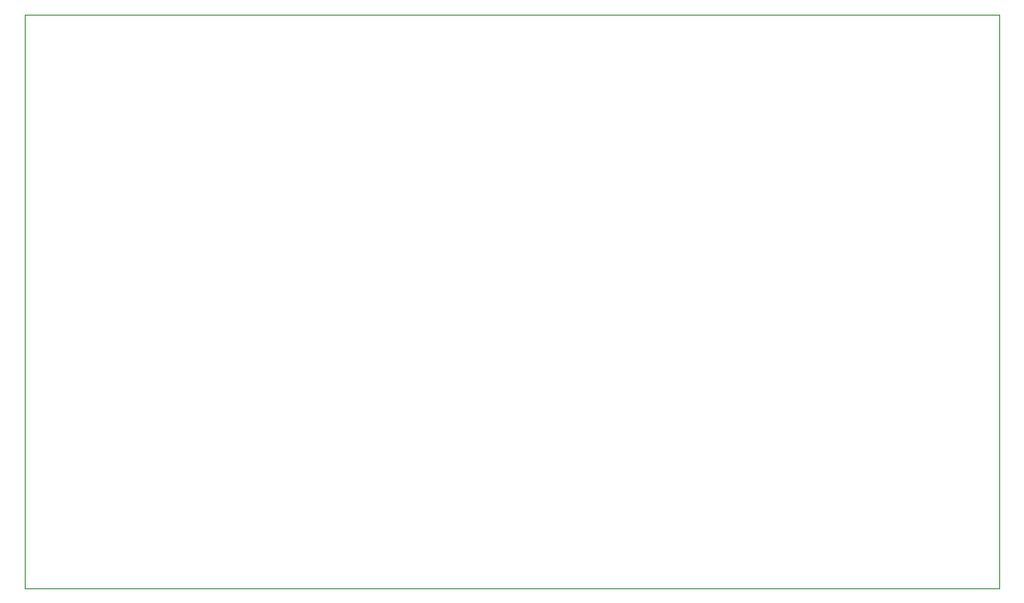
<source format=gm1>
G04 #@! TF.GenerationSoftware,KiCad,Pcbnew,5.1.12-84ad8e8a86~92~ubuntu20.04.1*
G04 #@! TF.CreationDate,2022-02-11T20:38:02+01:00*
G04 #@! TF.ProjectId,ESPHome-Thermostat-pcb,45535048-6f6d-4652-9d54-6865726d6f73,2.0*
G04 #@! TF.SameCoordinates,Original*
G04 #@! TF.FileFunction,Profile,NP*
%FSLAX46Y46*%
G04 Gerber Fmt 4.6, Leading zero omitted, Abs format (unit mm)*
G04 Created by KiCad (PCBNEW 5.1.12-84ad8e8a86~92~ubuntu20.04.1) date 2022-02-11 20:38:02*
%MOMM*%
%LPD*%
G01*
G04 APERTURE LIST*
G04 #@! TA.AperFunction,Profile*
%ADD10C,0.050000*%
G04 #@! TD*
G04 APERTURE END LIST*
D10*
X50000000Y-103000000D02*
X50000000Y-50000000D01*
X140000000Y-103000000D02*
X50000000Y-103000000D01*
X140000000Y-50000000D02*
X140000000Y-103000000D01*
X50000000Y-50000000D02*
X140000000Y-50000000D01*
M02*

</source>
